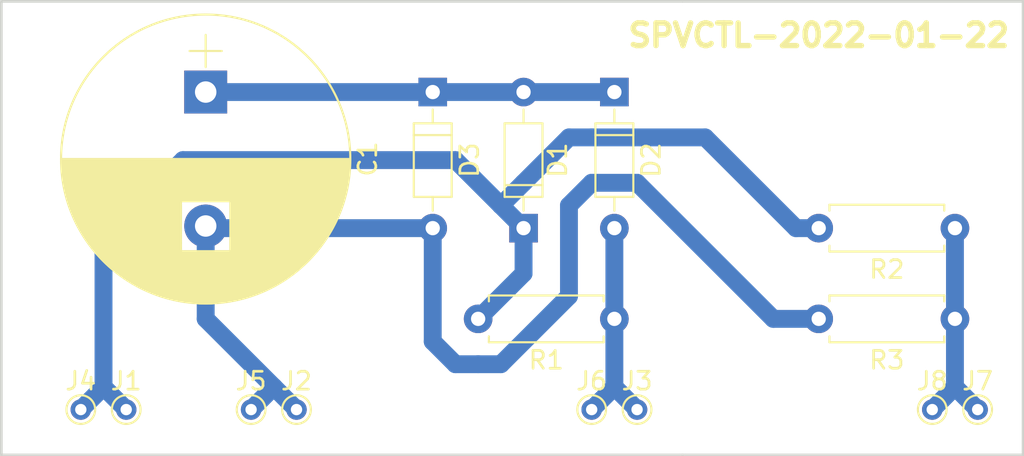
<source format=kicad_pcb>
(kicad_pcb (version 4) (host pcbnew 4.0.6)

  (general
    (links 17)
    (no_connects 0)
    (area -0.075001 -0.075001 57.225001 25.475001)
    (thickness 1.6)
    (drawings 7)
    (tracks 42)
    (zones 0)
    (modules 15)
    (nets 6)
  )

  (page A)
  (layers
    (0 F.Cu signal)
    (31 B.Cu signal)
    (32 B.Adhes user)
    (33 F.Adhes user)
    (34 B.Paste user)
    (35 F.Paste user)
    (36 B.SilkS user)
    (37 F.SilkS user)
    (38 B.Mask user)
    (39 F.Mask user)
    (40 Dwgs.User user)
    (41 Cmts.User user)
    (42 Eco1.User user)
    (43 Eco2.User user)
    (44 Edge.Cuts user)
    (45 Margin user)
    (46 B.CrtYd user)
    (47 F.CrtYd user)
    (48 B.Fab user)
    (49 F.Fab user)
  )

  (setup
    (last_trace_width 0.999998)
    (trace_clearance 0.2)
    (zone_clearance 0.508)
    (zone_45_only no)
    (trace_min 0.2)
    (segment_width 0.2)
    (edge_width 0.15)
    (via_size 0.6)
    (via_drill 0.4)
    (via_min_size 0.4)
    (via_min_drill 0.3)
    (uvia_size 0.3)
    (uvia_drill 0.1)
    (uvias_allowed no)
    (uvia_min_size 0)
    (uvia_min_drill 0)
    (pcb_text_width 0.3)
    (pcb_text_size 1.5 1.5)
    (mod_edge_width 0.15)
    (mod_text_size 1 1)
    (mod_text_width 0.15)
    (pad_size 1.143 1.143)
    (pad_drill 0.635)
    (pad_to_mask_clearance 0.2)
    (aux_axis_origin 0 0)
    (visible_elements FFFFFF7F)
    (pcbplotparams
      (layerselection 0x010f0_80000001)
      (usegerberextensions false)
      (excludeedgelayer true)
      (linewidth 0.100000)
      (plotframeref false)
      (viasonmask false)
      (mode 1)
      (useauxorigin false)
      (hpglpennumber 1)
      (hpglpenspeed 20)
      (hpglpendiameter 15)
      (hpglpenoverlay 2)
      (psnegative false)
      (psa4output false)
      (plotreference true)
      (plotvalue true)
      (plotinvisibletext false)
      (padsonsilk false)
      (subtractmaskfromsilk false)
      (outputformat 1)
      (mirror false)
      (drillshape 0)
      (scaleselection 1)
      (outputdirectory gerber/))
  )

  (net 0 "")
  (net 1 "Net-(C1-Pad1)")
  (net 2 "Net-(C1-Pad2)")
  (net 3 "Net-(D1-Pad1)")
  (net 4 "Net-(D2-Pad2)")
  (net 5 "Net-(J7-Pad1)")

  (net_class Default "This is the default net class."
    (clearance 0.2)
    (trace_width 0.999998)
    (via_dia 0.6)
    (via_drill 0.4)
    (uvia_dia 0.3)
    (uvia_drill 0.1)
    (add_net "Net-(C1-Pad1)")
    (add_net "Net-(C1-Pad2)")
    (add_net "Net-(D1-Pad1)")
    (add_net "Net-(D2-Pad2)")
    (add_net "Net-(J7-Pad1)")
  )

  (module Capacitors_THT:CP_Radial_D16.0mm_P7.50mm (layer F.Cu) (tedit 58765D06) (tstamp 63CE0D70)
    (at 11.43 5.08 270)
    (descr "CP, Radial series, Radial, pin pitch=7.50mm, , diameter=16mm, Electrolytic Capacitor")
    (tags "CP Radial series Radial pin pitch 7.50mm  diameter 16mm Electrolytic Capacitor")
    (path /63CC7B57)
    (fp_text reference C1 (at 3.75 -9.06 270) (layer F.SilkS)
      (effects (font (size 1 1) (thickness 0.15)))
    )
    (fp_text value 10000uF (at 3.75 9.06 270) (layer F.Fab)
      (effects (font (size 1 1) (thickness 0.15)))
    )
    (fp_circle (center 3.75 0) (end 11.75 0) (layer F.Fab) (width 0.1))
    (fp_circle (center 3.75 0) (end 11.84 0) (layer F.SilkS) (width 0.12))
    (fp_line (start -3.2 0) (end -1.4 0) (layer F.Fab) (width 0.1))
    (fp_line (start -2.3 -0.9) (end -2.3 0.9) (layer F.Fab) (width 0.1))
    (fp_line (start 3.75 -8.051) (end 3.75 8.051) (layer F.SilkS) (width 0.12))
    (fp_line (start 3.79 -8.05) (end 3.79 8.05) (layer F.SilkS) (width 0.12))
    (fp_line (start 3.83 -8.05) (end 3.83 8.05) (layer F.SilkS) (width 0.12))
    (fp_line (start 3.87 -8.05) (end 3.87 8.05) (layer F.SilkS) (width 0.12))
    (fp_line (start 3.91 -8.049) (end 3.91 8.049) (layer F.SilkS) (width 0.12))
    (fp_line (start 3.95 -8.048) (end 3.95 8.048) (layer F.SilkS) (width 0.12))
    (fp_line (start 3.99 -8.047) (end 3.99 8.047) (layer F.SilkS) (width 0.12))
    (fp_line (start 4.03 -8.046) (end 4.03 8.046) (layer F.SilkS) (width 0.12))
    (fp_line (start 4.07 -8.044) (end 4.07 8.044) (layer F.SilkS) (width 0.12))
    (fp_line (start 4.11 -8.042) (end 4.11 8.042) (layer F.SilkS) (width 0.12))
    (fp_line (start 4.15 -8.041) (end 4.15 8.041) (layer F.SilkS) (width 0.12))
    (fp_line (start 4.19 -8.039) (end 4.19 8.039) (layer F.SilkS) (width 0.12))
    (fp_line (start 4.23 -8.036) (end 4.23 8.036) (layer F.SilkS) (width 0.12))
    (fp_line (start 4.27 -8.034) (end 4.27 8.034) (layer F.SilkS) (width 0.12))
    (fp_line (start 4.31 -8.031) (end 4.31 8.031) (layer F.SilkS) (width 0.12))
    (fp_line (start 4.35 -8.028) (end 4.35 8.028) (layer F.SilkS) (width 0.12))
    (fp_line (start 4.39 -8.025) (end 4.39 8.025) (layer F.SilkS) (width 0.12))
    (fp_line (start 4.43 -8.022) (end 4.43 8.022) (layer F.SilkS) (width 0.12))
    (fp_line (start 4.471 -8.018) (end 4.471 8.018) (layer F.SilkS) (width 0.12))
    (fp_line (start 4.511 -8.015) (end 4.511 8.015) (layer F.SilkS) (width 0.12))
    (fp_line (start 4.551 -8.011) (end 4.551 8.011) (layer F.SilkS) (width 0.12))
    (fp_line (start 4.591 -8.007) (end 4.591 8.007) (layer F.SilkS) (width 0.12))
    (fp_line (start 4.631 -8.002) (end 4.631 8.002) (layer F.SilkS) (width 0.12))
    (fp_line (start 4.671 -7.998) (end 4.671 7.998) (layer F.SilkS) (width 0.12))
    (fp_line (start 4.711 -7.993) (end 4.711 7.993) (layer F.SilkS) (width 0.12))
    (fp_line (start 4.751 -7.988) (end 4.751 7.988) (layer F.SilkS) (width 0.12))
    (fp_line (start 4.791 -7.983) (end 4.791 7.983) (layer F.SilkS) (width 0.12))
    (fp_line (start 4.831 -7.978) (end 4.831 7.978) (layer F.SilkS) (width 0.12))
    (fp_line (start 4.871 -7.973) (end 4.871 7.973) (layer F.SilkS) (width 0.12))
    (fp_line (start 4.911 -7.967) (end 4.911 7.967) (layer F.SilkS) (width 0.12))
    (fp_line (start 4.951 -7.961) (end 4.951 7.961) (layer F.SilkS) (width 0.12))
    (fp_line (start 4.991 -7.955) (end 4.991 7.955) (layer F.SilkS) (width 0.12))
    (fp_line (start 5.031 -7.949) (end 5.031 7.949) (layer F.SilkS) (width 0.12))
    (fp_line (start 5.071 -7.942) (end 5.071 7.942) (layer F.SilkS) (width 0.12))
    (fp_line (start 5.111 -7.935) (end 5.111 7.935) (layer F.SilkS) (width 0.12))
    (fp_line (start 5.151 -7.928) (end 5.151 7.928) (layer F.SilkS) (width 0.12))
    (fp_line (start 5.191 -7.921) (end 5.191 7.921) (layer F.SilkS) (width 0.12))
    (fp_line (start 5.231 -7.914) (end 5.231 7.914) (layer F.SilkS) (width 0.12))
    (fp_line (start 5.271 -7.906) (end 5.271 7.906) (layer F.SilkS) (width 0.12))
    (fp_line (start 5.311 -7.899) (end 5.311 7.899) (layer F.SilkS) (width 0.12))
    (fp_line (start 5.351 -7.891) (end 5.351 7.891) (layer F.SilkS) (width 0.12))
    (fp_line (start 5.391 -7.883) (end 5.391 7.883) (layer F.SilkS) (width 0.12))
    (fp_line (start 5.431 -7.874) (end 5.431 7.874) (layer F.SilkS) (width 0.12))
    (fp_line (start 5.471 -7.866) (end 5.471 7.866) (layer F.SilkS) (width 0.12))
    (fp_line (start 5.511 -7.857) (end 5.511 7.857) (layer F.SilkS) (width 0.12))
    (fp_line (start 5.551 -7.848) (end 5.551 7.848) (layer F.SilkS) (width 0.12))
    (fp_line (start 5.591 -7.838) (end 5.591 7.838) (layer F.SilkS) (width 0.12))
    (fp_line (start 5.631 -7.829) (end 5.631 7.829) (layer F.SilkS) (width 0.12))
    (fp_line (start 5.671 -7.819) (end 5.671 7.819) (layer F.SilkS) (width 0.12))
    (fp_line (start 5.711 -7.809) (end 5.711 7.809) (layer F.SilkS) (width 0.12))
    (fp_line (start 5.751 -7.799) (end 5.751 7.799) (layer F.SilkS) (width 0.12))
    (fp_line (start 5.791 -7.789) (end 5.791 7.789) (layer F.SilkS) (width 0.12))
    (fp_line (start 5.831 -7.779) (end 5.831 7.779) (layer F.SilkS) (width 0.12))
    (fp_line (start 5.871 -7.768) (end 5.871 7.768) (layer F.SilkS) (width 0.12))
    (fp_line (start 5.911 -7.757) (end 5.911 7.757) (layer F.SilkS) (width 0.12))
    (fp_line (start 5.951 -7.746) (end 5.951 7.746) (layer F.SilkS) (width 0.12))
    (fp_line (start 5.991 -7.734) (end 5.991 7.734) (layer F.SilkS) (width 0.12))
    (fp_line (start 6.031 -7.723) (end 6.031 7.723) (layer F.SilkS) (width 0.12))
    (fp_line (start 6.071 -7.711) (end 6.071 7.711) (layer F.SilkS) (width 0.12))
    (fp_line (start 6.111 -7.699) (end 6.111 7.699) (layer F.SilkS) (width 0.12))
    (fp_line (start 6.151 -7.686) (end 6.151 -1.38) (layer F.SilkS) (width 0.12))
    (fp_line (start 6.151 1.38) (end 6.151 7.686) (layer F.SilkS) (width 0.12))
    (fp_line (start 6.191 -7.674) (end 6.191 -1.38) (layer F.SilkS) (width 0.12))
    (fp_line (start 6.191 1.38) (end 6.191 7.674) (layer F.SilkS) (width 0.12))
    (fp_line (start 6.231 -7.661) (end 6.231 -1.38) (layer F.SilkS) (width 0.12))
    (fp_line (start 6.231 1.38) (end 6.231 7.661) (layer F.SilkS) (width 0.12))
    (fp_line (start 6.271 -7.648) (end 6.271 -1.38) (layer F.SilkS) (width 0.12))
    (fp_line (start 6.271 1.38) (end 6.271 7.648) (layer F.SilkS) (width 0.12))
    (fp_line (start 6.311 -7.635) (end 6.311 -1.38) (layer F.SilkS) (width 0.12))
    (fp_line (start 6.311 1.38) (end 6.311 7.635) (layer F.SilkS) (width 0.12))
    (fp_line (start 6.351 -7.621) (end 6.351 -1.38) (layer F.SilkS) (width 0.12))
    (fp_line (start 6.351 1.38) (end 6.351 7.621) (layer F.SilkS) (width 0.12))
    (fp_line (start 6.391 -7.608) (end 6.391 -1.38) (layer F.SilkS) (width 0.12))
    (fp_line (start 6.391 1.38) (end 6.391 7.608) (layer F.SilkS) (width 0.12))
    (fp_line (start 6.431 -7.594) (end 6.431 -1.38) (layer F.SilkS) (width 0.12))
    (fp_line (start 6.431 1.38) (end 6.431 7.594) (layer F.SilkS) (width 0.12))
    (fp_line (start 6.471 -7.58) (end 6.471 -1.38) (layer F.SilkS) (width 0.12))
    (fp_line (start 6.471 1.38) (end 6.471 7.58) (layer F.SilkS) (width 0.12))
    (fp_line (start 6.511 -7.565) (end 6.511 -1.38) (layer F.SilkS) (width 0.12))
    (fp_line (start 6.511 1.38) (end 6.511 7.565) (layer F.SilkS) (width 0.12))
    (fp_line (start 6.551 -7.55) (end 6.551 -1.38) (layer F.SilkS) (width 0.12))
    (fp_line (start 6.551 1.38) (end 6.551 7.55) (layer F.SilkS) (width 0.12))
    (fp_line (start 6.591 -7.536) (end 6.591 -1.38) (layer F.SilkS) (width 0.12))
    (fp_line (start 6.591 1.38) (end 6.591 7.536) (layer F.SilkS) (width 0.12))
    (fp_line (start 6.631 -7.521) (end 6.631 -1.38) (layer F.SilkS) (width 0.12))
    (fp_line (start 6.631 1.38) (end 6.631 7.521) (layer F.SilkS) (width 0.12))
    (fp_line (start 6.671 -7.505) (end 6.671 -1.38) (layer F.SilkS) (width 0.12))
    (fp_line (start 6.671 1.38) (end 6.671 7.505) (layer F.SilkS) (width 0.12))
    (fp_line (start 6.711 -7.49) (end 6.711 -1.38) (layer F.SilkS) (width 0.12))
    (fp_line (start 6.711 1.38) (end 6.711 7.49) (layer F.SilkS) (width 0.12))
    (fp_line (start 6.751 -7.474) (end 6.751 -1.38) (layer F.SilkS) (width 0.12))
    (fp_line (start 6.751 1.38) (end 6.751 7.474) (layer F.SilkS) (width 0.12))
    (fp_line (start 6.791 -7.458) (end 6.791 -1.38) (layer F.SilkS) (width 0.12))
    (fp_line (start 6.791 1.38) (end 6.791 7.458) (layer F.SilkS) (width 0.12))
    (fp_line (start 6.831 -7.441) (end 6.831 -1.38) (layer F.SilkS) (width 0.12))
    (fp_line (start 6.831 1.38) (end 6.831 7.441) (layer F.SilkS) (width 0.12))
    (fp_line (start 6.871 -7.425) (end 6.871 -1.38) (layer F.SilkS) (width 0.12))
    (fp_line (start 6.871 1.38) (end 6.871 7.425) (layer F.SilkS) (width 0.12))
    (fp_line (start 6.911 -7.408) (end 6.911 -1.38) (layer F.SilkS) (width 0.12))
    (fp_line (start 6.911 1.38) (end 6.911 7.408) (layer F.SilkS) (width 0.12))
    (fp_line (start 6.951 -7.391) (end 6.951 -1.38) (layer F.SilkS) (width 0.12))
    (fp_line (start 6.951 1.38) (end 6.951 7.391) (layer F.SilkS) (width 0.12))
    (fp_line (start 6.991 -7.373) (end 6.991 -1.38) (layer F.SilkS) (width 0.12))
    (fp_line (start 6.991 1.38) (end 6.991 7.373) (layer F.SilkS) (width 0.12))
    (fp_line (start 7.031 -7.356) (end 7.031 -1.38) (layer F.SilkS) (width 0.12))
    (fp_line (start 7.031 1.38) (end 7.031 7.356) (layer F.SilkS) (width 0.12))
    (fp_line (start 7.071 -7.338) (end 7.071 -1.38) (layer F.SilkS) (width 0.12))
    (fp_line (start 7.071 1.38) (end 7.071 7.338) (layer F.SilkS) (width 0.12))
    (fp_line (start 7.111 -7.32) (end 7.111 -1.38) (layer F.SilkS) (width 0.12))
    (fp_line (start 7.111 1.38) (end 7.111 7.32) (layer F.SilkS) (width 0.12))
    (fp_line (start 7.151 -7.301) (end 7.151 -1.38) (layer F.SilkS) (width 0.12))
    (fp_line (start 7.151 1.38) (end 7.151 7.301) (layer F.SilkS) (width 0.12))
    (fp_line (start 7.191 -7.283) (end 7.191 -1.38) (layer F.SilkS) (width 0.12))
    (fp_line (start 7.191 1.38) (end 7.191 7.283) (layer F.SilkS) (width 0.12))
    (fp_line (start 7.231 -7.264) (end 7.231 -1.38) (layer F.SilkS) (width 0.12))
    (fp_line (start 7.231 1.38) (end 7.231 7.264) (layer F.SilkS) (width 0.12))
    (fp_line (start 7.271 -7.245) (end 7.271 -1.38) (layer F.SilkS) (width 0.12))
    (fp_line (start 7.271 1.38) (end 7.271 7.245) (layer F.SilkS) (width 0.12))
    (fp_line (start 7.311 -7.225) (end 7.311 -1.38) (layer F.SilkS) (width 0.12))
    (fp_line (start 7.311 1.38) (end 7.311 7.225) (layer F.SilkS) (width 0.12))
    (fp_line (start 7.351 -7.205) (end 7.351 -1.38) (layer F.SilkS) (width 0.12))
    (fp_line (start 7.351 1.38) (end 7.351 7.205) (layer F.SilkS) (width 0.12))
    (fp_line (start 7.391 -7.185) (end 7.391 -1.38) (layer F.SilkS) (width 0.12))
    (fp_line (start 7.391 1.38) (end 7.391 7.185) (layer F.SilkS) (width 0.12))
    (fp_line (start 7.431 -7.165) (end 7.431 -1.38) (layer F.SilkS) (width 0.12))
    (fp_line (start 7.431 1.38) (end 7.431 7.165) (layer F.SilkS) (width 0.12))
    (fp_line (start 7.471 -7.144) (end 7.471 -1.38) (layer F.SilkS) (width 0.12))
    (fp_line (start 7.471 1.38) (end 7.471 7.144) (layer F.SilkS) (width 0.12))
    (fp_line (start 7.511 -7.124) (end 7.511 -1.38) (layer F.SilkS) (width 0.12))
    (fp_line (start 7.511 1.38) (end 7.511 7.124) (layer F.SilkS) (width 0.12))
    (fp_line (start 7.551 -7.102) (end 7.551 -1.38) (layer F.SilkS) (width 0.12))
    (fp_line (start 7.551 1.38) (end 7.551 7.102) (layer F.SilkS) (width 0.12))
    (fp_line (start 7.591 -7.081) (end 7.591 -1.38) (layer F.SilkS) (width 0.12))
    (fp_line (start 7.591 1.38) (end 7.591 7.081) (layer F.SilkS) (width 0.12))
    (fp_line (start 7.631 -7.059) (end 7.631 -1.38) (layer F.SilkS) (width 0.12))
    (fp_line (start 7.631 1.38) (end 7.631 7.059) (layer F.SilkS) (width 0.12))
    (fp_line (start 7.671 -7.037) (end 7.671 -1.38) (layer F.SilkS) (width 0.12))
    (fp_line (start 7.671 1.38) (end 7.671 7.037) (layer F.SilkS) (width 0.12))
    (fp_line (start 7.711 -7.015) (end 7.711 -1.38) (layer F.SilkS) (width 0.12))
    (fp_line (start 7.711 1.38) (end 7.711 7.015) (layer F.SilkS) (width 0.12))
    (fp_line (start 7.751 -6.992) (end 7.751 -1.38) (layer F.SilkS) (width 0.12))
    (fp_line (start 7.751 1.38) (end 7.751 6.992) (layer F.SilkS) (width 0.12))
    (fp_line (start 7.791 -6.97) (end 7.791 -1.38) (layer F.SilkS) (width 0.12))
    (fp_line (start 7.791 1.38) (end 7.791 6.97) (layer F.SilkS) (width 0.12))
    (fp_line (start 7.831 -6.946) (end 7.831 -1.38) (layer F.SilkS) (width 0.12))
    (fp_line (start 7.831 1.38) (end 7.831 6.946) (layer F.SilkS) (width 0.12))
    (fp_line (start 7.871 -6.923) (end 7.871 -1.38) (layer F.SilkS) (width 0.12))
    (fp_line (start 7.871 1.38) (end 7.871 6.923) (layer F.SilkS) (width 0.12))
    (fp_line (start 7.911 -6.899) (end 7.911 -1.38) (layer F.SilkS) (width 0.12))
    (fp_line (start 7.911 1.38) (end 7.911 6.899) (layer F.SilkS) (width 0.12))
    (fp_line (start 7.951 -6.875) (end 7.951 -1.38) (layer F.SilkS) (width 0.12))
    (fp_line (start 7.951 1.38) (end 7.951 6.875) (layer F.SilkS) (width 0.12))
    (fp_line (start 7.991 -6.85) (end 7.991 -1.38) (layer F.SilkS) (width 0.12))
    (fp_line (start 7.991 1.38) (end 7.991 6.85) (layer F.SilkS) (width 0.12))
    (fp_line (start 8.031 -6.826) (end 8.031 -1.38) (layer F.SilkS) (width 0.12))
    (fp_line (start 8.031 1.38) (end 8.031 6.826) (layer F.SilkS) (width 0.12))
    (fp_line (start 8.071 -6.801) (end 8.071 -1.38) (layer F.SilkS) (width 0.12))
    (fp_line (start 8.071 1.38) (end 8.071 6.801) (layer F.SilkS) (width 0.12))
    (fp_line (start 8.111 -6.775) (end 8.111 -1.38) (layer F.SilkS) (width 0.12))
    (fp_line (start 8.111 1.38) (end 8.111 6.775) (layer F.SilkS) (width 0.12))
    (fp_line (start 8.151 -6.749) (end 8.151 -1.38) (layer F.SilkS) (width 0.12))
    (fp_line (start 8.151 1.38) (end 8.151 6.749) (layer F.SilkS) (width 0.12))
    (fp_line (start 8.191 -6.723) (end 8.191 -1.38) (layer F.SilkS) (width 0.12))
    (fp_line (start 8.191 1.38) (end 8.191 6.723) (layer F.SilkS) (width 0.12))
    (fp_line (start 8.231 -6.697) (end 8.231 -1.38) (layer F.SilkS) (width 0.12))
    (fp_line (start 8.231 1.38) (end 8.231 6.697) (layer F.SilkS) (width 0.12))
    (fp_line (start 8.271 -6.67) (end 8.271 -1.38) (layer F.SilkS) (width 0.12))
    (fp_line (start 8.271 1.38) (end 8.271 6.67) (layer F.SilkS) (width 0.12))
    (fp_line (start 8.311 -6.643) (end 8.311 -1.38) (layer F.SilkS) (width 0.12))
    (fp_line (start 8.311 1.38) (end 8.311 6.643) (layer F.SilkS) (width 0.12))
    (fp_line (start 8.351 -6.615) (end 8.351 -1.38) (layer F.SilkS) (width 0.12))
    (fp_line (start 8.351 1.38) (end 8.351 6.615) (layer F.SilkS) (width 0.12))
    (fp_line (start 8.391 -6.588) (end 8.391 -1.38) (layer F.SilkS) (width 0.12))
    (fp_line (start 8.391 1.38) (end 8.391 6.588) (layer F.SilkS) (width 0.12))
    (fp_line (start 8.431 -6.559) (end 8.431 -1.38) (layer F.SilkS) (width 0.12))
    (fp_line (start 8.431 1.38) (end 8.431 6.559) (layer F.SilkS) (width 0.12))
    (fp_line (start 8.471 -6.531) (end 8.471 -1.38) (layer F.SilkS) (width 0.12))
    (fp_line (start 8.471 1.38) (end 8.471 6.531) (layer F.SilkS) (width 0.12))
    (fp_line (start 8.511 -6.502) (end 8.511 -1.38) (layer F.SilkS) (width 0.12))
    (fp_line (start 8.511 1.38) (end 8.511 6.502) (layer F.SilkS) (width 0.12))
    (fp_line (start 8.551 -6.473) (end 8.551 -1.38) (layer F.SilkS) (width 0.12))
    (fp_line (start 8.551 1.38) (end 8.551 6.473) (layer F.SilkS) (width 0.12))
    (fp_line (start 8.591 -6.443) (end 8.591 -1.38) (layer F.SilkS) (width 0.12))
    (fp_line (start 8.591 1.38) (end 8.591 6.443) (layer F.SilkS) (width 0.12))
    (fp_line (start 8.631 -6.413) (end 8.631 -1.38) (layer F.SilkS) (width 0.12))
    (fp_line (start 8.631 1.38) (end 8.631 6.413) (layer F.SilkS) (width 0.12))
    (fp_line (start 8.671 -6.382) (end 8.671 -1.38) (layer F.SilkS) (width 0.12))
    (fp_line (start 8.671 1.38) (end 8.671 6.382) (layer F.SilkS) (width 0.12))
    (fp_line (start 8.711 -6.352) (end 8.711 -1.38) (layer F.SilkS) (width 0.12))
    (fp_line (start 8.711 1.38) (end 8.711 6.352) (layer F.SilkS) (width 0.12))
    (fp_line (start 8.751 -6.32) (end 8.751 -1.38) (layer F.SilkS) (width 0.12))
    (fp_line (start 8.751 1.38) (end 8.751 6.32) (layer F.SilkS) (width 0.12))
    (fp_line (start 8.791 -6.289) (end 8.791 -1.38) (layer F.SilkS) (width 0.12))
    (fp_line (start 8.791 1.38) (end 8.791 6.289) (layer F.SilkS) (width 0.12))
    (fp_line (start 8.831 -6.257) (end 8.831 -1.38) (layer F.SilkS) (width 0.12))
    (fp_line (start 8.831 1.38) (end 8.831 6.257) (layer F.SilkS) (width 0.12))
    (fp_line (start 8.871 -6.224) (end 8.871 -1.38) (layer F.SilkS) (width 0.12))
    (fp_line (start 8.871 1.38) (end 8.871 6.224) (layer F.SilkS) (width 0.12))
    (fp_line (start 8.911 -6.191) (end 8.911 6.191) (layer F.SilkS) (width 0.12))
    (fp_line (start 8.951 -6.158) (end 8.951 6.158) (layer F.SilkS) (width 0.12))
    (fp_line (start 8.991 -6.124) (end 8.991 6.124) (layer F.SilkS) (width 0.12))
    (fp_line (start 9.031 -6.09) (end 9.031 6.09) (layer F.SilkS) (width 0.12))
    (fp_line (start 9.071 -6.055) (end 9.071 6.055) (layer F.SilkS) (width 0.12))
    (fp_line (start 9.111 -6.02) (end 9.111 6.02) (layer F.SilkS) (width 0.12))
    (fp_line (start 9.151 -5.984) (end 9.151 5.984) (layer F.SilkS) (width 0.12))
    (fp_line (start 9.191 -5.948) (end 9.191 5.948) (layer F.SilkS) (width 0.12))
    (fp_line (start 9.231 -5.912) (end 9.231 5.912) (layer F.SilkS) (width 0.12))
    (fp_line (start 9.271 -5.875) (end 9.271 5.875) (layer F.SilkS) (width 0.12))
    (fp_line (start 9.311 -5.837) (end 9.311 5.837) (layer F.SilkS) (width 0.12))
    (fp_line (start 9.351 -5.799) (end 9.351 5.799) (layer F.SilkS) (width 0.12))
    (fp_line (start 9.391 -5.76) (end 9.391 5.76) (layer F.SilkS) (width 0.12))
    (fp_line (start 9.431 -5.721) (end 9.431 5.721) (layer F.SilkS) (width 0.12))
    (fp_line (start 9.471 -5.681) (end 9.471 5.681) (layer F.SilkS) (width 0.12))
    (fp_line (start 9.511 -5.641) (end 9.511 5.641) (layer F.SilkS) (width 0.12))
    (fp_line (start 9.551 -5.6) (end 9.551 5.6) (layer F.SilkS) (width 0.12))
    (fp_line (start 9.591 -5.559) (end 9.591 5.559) (layer F.SilkS) (width 0.12))
    (fp_line (start 9.631 -5.517) (end 9.631 5.517) (layer F.SilkS) (width 0.12))
    (fp_line (start 9.671 -5.474) (end 9.671 5.474) (layer F.SilkS) (width 0.12))
    (fp_line (start 9.711 -5.431) (end 9.711 5.431) (layer F.SilkS) (width 0.12))
    (fp_line (start 9.751 -5.387) (end 9.751 5.387) (layer F.SilkS) (width 0.12))
    (fp_line (start 9.791 -5.343) (end 9.791 5.343) (layer F.SilkS) (width 0.12))
    (fp_line (start 9.831 -5.297) (end 9.831 5.297) (layer F.SilkS) (width 0.12))
    (fp_line (start 9.871 -5.251) (end 9.871 5.251) (layer F.SilkS) (width 0.12))
    (fp_line (start 9.911 -5.205) (end 9.911 5.205) (layer F.SilkS) (width 0.12))
    (fp_line (start 9.951 -5.157) (end 9.951 5.157) (layer F.SilkS) (width 0.12))
    (fp_line (start 9.991 -5.109) (end 9.991 5.109) (layer F.SilkS) (width 0.12))
    (fp_line (start 10.031 -5.06) (end 10.031 5.06) (layer F.SilkS) (width 0.12))
    (fp_line (start 10.071 -5.011) (end 10.071 5.011) (layer F.SilkS) (width 0.12))
    (fp_line (start 10.111 -4.96) (end 10.111 4.96) (layer F.SilkS) (width 0.12))
    (fp_line (start 10.151 -4.909) (end 10.151 4.909) (layer F.SilkS) (width 0.12))
    (fp_line (start 10.191 -4.857) (end 10.191 4.857) (layer F.SilkS) (width 0.12))
    (fp_line (start 10.231 -4.804) (end 10.231 4.804) (layer F.SilkS) (width 0.12))
    (fp_line (start 10.271 -4.75) (end 10.271 4.75) (layer F.SilkS) (width 0.12))
    (fp_line (start 10.311 -4.695) (end 10.311 4.695) (layer F.SilkS) (width 0.12))
    (fp_line (start 10.351 -4.639) (end 10.351 4.639) (layer F.SilkS) (width 0.12))
    (fp_line (start 10.391 -4.582) (end 10.391 4.582) (layer F.SilkS) (width 0.12))
    (fp_line (start 10.431 -4.524) (end 10.431 4.524) (layer F.SilkS) (width 0.12))
    (fp_line (start 10.471 -4.465) (end 10.471 4.465) (layer F.SilkS) (width 0.12))
    (fp_line (start 10.511 -4.405) (end 10.511 4.405) (layer F.SilkS) (width 0.12))
    (fp_line (start 10.551 -4.343) (end 10.551 4.343) (layer F.SilkS) (width 0.12))
    (fp_line (start 10.591 -4.281) (end 10.591 4.281) (layer F.SilkS) (width 0.12))
    (fp_line (start 10.631 -4.217) (end 10.631 4.217) (layer F.SilkS) (width 0.12))
    (fp_line (start 10.671 -4.151) (end 10.671 4.151) (layer F.SilkS) (width 0.12))
    (fp_line (start 10.711 -4.084) (end 10.711 4.084) (layer F.SilkS) (width 0.12))
    (fp_line (start 10.751 -4.016) (end 10.751 4.016) (layer F.SilkS) (width 0.12))
    (fp_line (start 10.791 -3.946) (end 10.791 3.946) (layer F.SilkS) (width 0.12))
    (fp_line (start 10.831 -3.875) (end 10.831 3.875) (layer F.SilkS) (width 0.12))
    (fp_line (start 10.871 -3.802) (end 10.871 3.802) (layer F.SilkS) (width 0.12))
    (fp_line (start 10.911 -3.726) (end 10.911 3.726) (layer F.SilkS) (width 0.12))
    (fp_line (start 10.951 -3.649) (end 10.951 3.649) (layer F.SilkS) (width 0.12))
    (fp_line (start 10.991 -3.57) (end 10.991 3.57) (layer F.SilkS) (width 0.12))
    (fp_line (start 11.031 -3.489) (end 11.031 3.489) (layer F.SilkS) (width 0.12))
    (fp_line (start 11.071 -3.405) (end 11.071 3.405) (layer F.SilkS) (width 0.12))
    (fp_line (start 11.111 -3.319) (end 11.111 3.319) (layer F.SilkS) (width 0.12))
    (fp_line (start 11.151 -3.23) (end 11.151 3.23) (layer F.SilkS) (width 0.12))
    (fp_line (start 11.191 -3.138) (end 11.191 3.138) (layer F.SilkS) (width 0.12))
    (fp_line (start 11.231 -3.042) (end 11.231 3.042) (layer F.SilkS) (width 0.12))
    (fp_line (start 11.271 -2.943) (end 11.271 2.943) (layer F.SilkS) (width 0.12))
    (fp_line (start 11.311 -2.841) (end 11.311 2.841) (layer F.SilkS) (width 0.12))
    (fp_line (start 11.351 -2.733) (end 11.351 2.733) (layer F.SilkS) (width 0.12))
    (fp_line (start 11.391 -2.621) (end 11.391 2.621) (layer F.SilkS) (width 0.12))
    (fp_line (start 11.431 -2.503) (end 11.431 2.503) (layer F.SilkS) (width 0.12))
    (fp_line (start 11.471 -2.379) (end 11.471 2.379) (layer F.SilkS) (width 0.12))
    (fp_line (start 11.511 -2.248) (end 11.511 2.248) (layer F.SilkS) (width 0.12))
    (fp_line (start 11.551 -2.107) (end 11.551 2.107) (layer F.SilkS) (width 0.12))
    (fp_line (start 11.591 -1.956) (end 11.591 1.956) (layer F.SilkS) (width 0.12))
    (fp_line (start 11.631 -1.792) (end 11.631 1.792) (layer F.SilkS) (width 0.12))
    (fp_line (start 11.671 -1.61) (end 11.671 1.61) (layer F.SilkS) (width 0.12))
    (fp_line (start 11.711 -1.405) (end 11.711 1.405) (layer F.SilkS) (width 0.12))
    (fp_line (start 11.751 -1.164) (end 11.751 1.164) (layer F.SilkS) (width 0.12))
    (fp_line (start 11.791 -0.859) (end 11.791 0.859) (layer F.SilkS) (width 0.12))
    (fp_line (start 11.831 -0.363) (end 11.831 0.363) (layer F.SilkS) (width 0.12))
    (fp_line (start -3.2 0) (end -1.4 0) (layer F.SilkS) (width 0.12))
    (fp_line (start -2.3 -0.9) (end -2.3 0.9) (layer F.SilkS) (width 0.12))
    (fp_line (start -4.6 -8.35) (end -4.6 8.35) (layer F.CrtYd) (width 0.05))
    (fp_line (start -4.6 8.35) (end 12.1 8.35) (layer F.CrtYd) (width 0.05))
    (fp_line (start 12.1 8.35) (end 12.1 -8.35) (layer F.CrtYd) (width 0.05))
    (fp_line (start 12.1 -8.35) (end -4.6 -8.35) (layer F.CrtYd) (width 0.05))
    (pad 1 thru_hole rect (at 0 0 270) (size 2.4 2.4) (drill 1.2) (layers *.Cu *.Mask)
      (net 1 "Net-(C1-Pad1)"))
    (pad 2 thru_hole circle (at 7.5 0 270) (size 2.4 2.4) (drill 1.2) (layers *.Cu *.Mask)
      (net 2 "Net-(C1-Pad2)"))
    (model Capacitors_THT.3dshapes/CP_Radial_D16.0mm_P7.50mm.wrl
      (at (xyz 0 0 0))
      (scale (xyz 0.393701 0.393701 0.393701))
      (rotate (xyz 0 0 0))
    )
  )

  (module Diodes_THT:D_DO-35_SOD27_P7.62mm_Horizontal (layer F.Cu) (tedit 63CD4411) (tstamp 63CE0D88)
    (at 29.21 12.7 90)
    (descr "D, DO-35_SOD27 series, Axial, Horizontal, pin pitch=7.62mm, , length*diameter=4*2mm^2, , http://www.diodes.com/_files/packages/DO-35.pdf")
    (tags "D DO-35_SOD27 series Axial Horizontal pin pitch 7.62mm  length 4mm diameter 2mm")
    (path /63CC79EF)
    (fp_text reference D1 (at 3.81 1.905 90) (layer F.SilkS)
      (effects (font (size 1 1) (thickness 0.15)))
    )
    (fp_text value SD101A (at 3.81 -1.905 90) (layer F.Fab)
      (effects (font (size 1 1) (thickness 0.15)))
    )
    (fp_line (start 1.81 -1) (end 1.81 1) (layer F.Fab) (width 0.1))
    (fp_line (start 1.81 1) (end 5.81 1) (layer F.Fab) (width 0.1))
    (fp_line (start 5.81 1) (end 5.81 -1) (layer F.Fab) (width 0.1))
    (fp_line (start 5.81 -1) (end 1.81 -1) (layer F.Fab) (width 0.1))
    (fp_line (start 0 0) (end 1.81 0) (layer F.Fab) (width 0.1))
    (fp_line (start 7.62 0) (end 5.81 0) (layer F.Fab) (width 0.1))
    (fp_line (start 2.41 -1) (end 2.41 1) (layer F.Fab) (width 0.1))
    (fp_line (start 1.75 -1.06) (end 1.75 1.06) (layer F.SilkS) (width 0.12))
    (fp_line (start 1.75 1.06) (end 5.87 1.06) (layer F.SilkS) (width 0.12))
    (fp_line (start 5.87 1.06) (end 5.87 -1.06) (layer F.SilkS) (width 0.12))
    (fp_line (start 5.87 -1.06) (end 1.75 -1.06) (layer F.SilkS) (width 0.12))
    (fp_line (start 0.98 0) (end 1.75 0) (layer F.SilkS) (width 0.12))
    (fp_line (start 6.64 0) (end 5.87 0) (layer F.SilkS) (width 0.12))
    (fp_line (start 2.41 -1.06) (end 2.41 1.06) (layer F.SilkS) (width 0.12))
    (fp_line (start -1.05 -1.35) (end -1.05 1.35) (layer F.CrtYd) (width 0.05))
    (fp_line (start -1.05 1.35) (end 8.7 1.35) (layer F.CrtYd) (width 0.05))
    (fp_line (start 8.7 1.35) (end 8.7 -1.35) (layer F.CrtYd) (width 0.05))
    (fp_line (start 8.7 -1.35) (end -1.05 -1.35) (layer F.CrtYd) (width 0.05))
    (pad 1 thru_hole rect (at 0 0 90) (size 1.6 1.6) (drill 0.8) (layers *.Cu *.Mask)
      (net 3 "Net-(D1-Pad1)"))
    (pad 2 thru_hole oval (at 7.62 0 90) (size 1.6 1.6) (drill 0.8) (layers *.Cu *.Mask)
      (net 1 "Net-(C1-Pad1)"))
    (model Diodes_THT.3dshapes/D_DO-35_SOD27_P7.62mm_Horizontal.wrl
      (at (xyz 0 0 0))
      (scale (xyz 0.393701 0.393701 0.393701))
      (rotate (xyz 0 0 0))
    )
  )

  (module Diodes_THT:D_DO-35_SOD27_P7.62mm_Horizontal (layer F.Cu) (tedit 5877C982) (tstamp 63CE0DA0)
    (at 34.29 5.08 270)
    (descr "D, DO-35_SOD27 series, Axial, Horizontal, pin pitch=7.62mm, , length*diameter=4*2mm^2, , http://www.diodes.com/_files/packages/DO-35.pdf")
    (tags "D DO-35_SOD27 series Axial Horizontal pin pitch 7.62mm  length 4mm diameter 2mm")
    (path /63CC7A5A)
    (fp_text reference D2 (at 3.81 -2.06 270) (layer F.SilkS)
      (effects (font (size 1 1) (thickness 0.15)))
    )
    (fp_text value 1N4148 (at 3.81 2.06 270) (layer F.Fab)
      (effects (font (size 1 1) (thickness 0.15)))
    )
    (fp_line (start 1.81 -1) (end 1.81 1) (layer F.Fab) (width 0.1))
    (fp_line (start 1.81 1) (end 5.81 1) (layer F.Fab) (width 0.1))
    (fp_line (start 5.81 1) (end 5.81 -1) (layer F.Fab) (width 0.1))
    (fp_line (start 5.81 -1) (end 1.81 -1) (layer F.Fab) (width 0.1))
    (fp_line (start 0 0) (end 1.81 0) (layer F.Fab) (width 0.1))
    (fp_line (start 7.62 0) (end 5.81 0) (layer F.Fab) (width 0.1))
    (fp_line (start 2.41 -1) (end 2.41 1) (layer F.Fab) (width 0.1))
    (fp_line (start 1.75 -1.06) (end 1.75 1.06) (layer F.SilkS) (width 0.12))
    (fp_line (start 1.75 1.06) (end 5.87 1.06) (layer F.SilkS) (width 0.12))
    (fp_line (start 5.87 1.06) (end 5.87 -1.06) (layer F.SilkS) (width 0.12))
    (fp_line (start 5.87 -1.06) (end 1.75 -1.06) (layer F.SilkS) (width 0.12))
    (fp_line (start 0.98 0) (end 1.75 0) (layer F.SilkS) (width 0.12))
    (fp_line (start 6.64 0) (end 5.87 0) (layer F.SilkS) (width 0.12))
    (fp_line (start 2.41 -1.06) (end 2.41 1.06) (layer F.SilkS) (width 0.12))
    (fp_line (start -1.05 -1.35) (end -1.05 1.35) (layer F.CrtYd) (width 0.05))
    (fp_line (start -1.05 1.35) (end 8.7 1.35) (layer F.CrtYd) (width 0.05))
    (fp_line (start 8.7 1.35) (end 8.7 -1.35) (layer F.CrtYd) (width 0.05))
    (fp_line (start 8.7 -1.35) (end -1.05 -1.35) (layer F.CrtYd) (width 0.05))
    (pad 1 thru_hole rect (at 0 0 270) (size 1.6 1.6) (drill 0.8) (layers *.Cu *.Mask)
      (net 1 "Net-(C1-Pad1)"))
    (pad 2 thru_hole oval (at 7.62 0 270) (size 1.6 1.6) (drill 0.8) (layers *.Cu *.Mask)
      (net 4 "Net-(D2-Pad2)"))
    (model Diodes_THT.3dshapes/D_DO-35_SOD27_P7.62mm_Horizontal.wrl
      (at (xyz 0 0 0))
      (scale (xyz 0.393701 0.393701 0.393701))
      (rotate (xyz 0 0 0))
    )
  )

  (module Diodes_THT:D_DO-35_SOD27_P7.62mm_Horizontal (layer F.Cu) (tedit 5877C982) (tstamp 63CE0DB8)
    (at 24.13 5.08 270)
    (descr "D, DO-35_SOD27 series, Axial, Horizontal, pin pitch=7.62mm, , length*diameter=4*2mm^2, , http://www.diodes.com/_files/packages/DO-35.pdf")
    (tags "D DO-35_SOD27 series Axial Horizontal pin pitch 7.62mm  length 4mm diameter 2mm")
    (path /63CC7AEE)
    (fp_text reference D3 (at 3.81 -2.06 270) (layer F.SilkS)
      (effects (font (size 1 1) (thickness 0.15)))
    )
    (fp_text value NZX4V3B (at 3.81 2.06 270) (layer F.Fab)
      (effects (font (size 1 1) (thickness 0.15)))
    )
    (fp_line (start 1.81 -1) (end 1.81 1) (layer F.Fab) (width 0.1))
    (fp_line (start 1.81 1) (end 5.81 1) (layer F.Fab) (width 0.1))
    (fp_line (start 5.81 1) (end 5.81 -1) (layer F.Fab) (width 0.1))
    (fp_line (start 5.81 -1) (end 1.81 -1) (layer F.Fab) (width 0.1))
    (fp_line (start 0 0) (end 1.81 0) (layer F.Fab) (width 0.1))
    (fp_line (start 7.62 0) (end 5.81 0) (layer F.Fab) (width 0.1))
    (fp_line (start 2.41 -1) (end 2.41 1) (layer F.Fab) (width 0.1))
    (fp_line (start 1.75 -1.06) (end 1.75 1.06) (layer F.SilkS) (width 0.12))
    (fp_line (start 1.75 1.06) (end 5.87 1.06) (layer F.SilkS) (width 0.12))
    (fp_line (start 5.87 1.06) (end 5.87 -1.06) (layer F.SilkS) (width 0.12))
    (fp_line (start 5.87 -1.06) (end 1.75 -1.06) (layer F.SilkS) (width 0.12))
    (fp_line (start 0.98 0) (end 1.75 0) (layer F.SilkS) (width 0.12))
    (fp_line (start 6.64 0) (end 5.87 0) (layer F.SilkS) (width 0.12))
    (fp_line (start 2.41 -1.06) (end 2.41 1.06) (layer F.SilkS) (width 0.12))
    (fp_line (start -1.05 -1.35) (end -1.05 1.35) (layer F.CrtYd) (width 0.05))
    (fp_line (start -1.05 1.35) (end 8.7 1.35) (layer F.CrtYd) (width 0.05))
    (fp_line (start 8.7 1.35) (end 8.7 -1.35) (layer F.CrtYd) (width 0.05))
    (fp_line (start 8.7 -1.35) (end -1.05 -1.35) (layer F.CrtYd) (width 0.05))
    (pad 1 thru_hole rect (at 0 0 270) (size 1.6 1.6) (drill 0.8) (layers *.Cu *.Mask)
      (net 1 "Net-(C1-Pad1)"))
    (pad 2 thru_hole oval (at 7.62 0 270) (size 1.6 1.6) (drill 0.8) (layers *.Cu *.Mask)
      (net 2 "Net-(C1-Pad2)"))
    (model Diodes_THT.3dshapes/D_DO-35_SOD27_P7.62mm_Horizontal.wrl
      (at (xyz 0 0 0))
      (scale (xyz 0.393701 0.393701 0.393701))
      (rotate (xyz 0 0 0))
    )
  )

  (module Connectors:PINTST (layer F.Cu) (tedit 58613369) (tstamp 63CE0DC0)
    (at 6.985 22.86)
    (descr "module 1 pin (ou trou mecanique de percage)")
    (tags DEV)
    (path /63CC77A5)
    (fp_text reference J1 (at 0 -1.6) (layer F.SilkS)
      (effects (font (size 1 1) (thickness 0.15)))
    )
    (fp_text value V+ (at 0 1.6) (layer F.Fab)
      (effects (font (size 1 1) (thickness 0.15)))
    )
    (fp_circle (center 0 0) (end 1.1 0) (layer F.CrtYd) (width 0.05))
    (fp_circle (center 0 0) (end 0.4 0.6) (layer F.Fab) (width 0.1))
    (fp_circle (center 0 0) (end -0.254 -0.762) (layer F.SilkS) (width 0.12))
    (pad 1 thru_hole circle (at 0 0) (size 1.143 1.143) (drill 0.635) (layers *.Cu *.Mask)
      (net 3 "Net-(D1-Pad1)"))
    (model Connectors.3dshapes/PINTST.wrl
      (at (xyz 0 0 0))
      (scale (xyz 1 1 1))
      (rotate (xyz 0 0 0))
    )
  )

  (module Connectors:PINTST (layer F.Cu) (tedit 63CD3274) (tstamp 63CE0DC8)
    (at 16.51 22.86)
    (descr "module 1 pin (ou trou mecanique de percage)")
    (tags DEV)
    (path /63CC77E2)
    (fp_text reference J2 (at 0 -1.6) (layer F.SilkS)
      (effects (font (size 1 1) (thickness 0.15)))
    )
    (fp_text value V- (at 0 1.6) (layer F.Fab)
      (effects (font (size 1 1) (thickness 0.15)))
    )
    (fp_circle (center 0 0) (end 1.1 0) (layer F.CrtYd) (width 0.05))
    (fp_circle (center 0 0) (end 0.4 0.6) (layer F.Fab) (width 0.1))
    (fp_circle (center 0 0) (end -0.254 -0.762) (layer F.SilkS) (width 0.12))
    (pad 1 thru_hole circle (at 0 0) (size 1.143 1.143) (drill 0.635) (layers *.Cu *.Mask)
      (net 2 "Net-(C1-Pad2)"))
    (model Connectors.3dshapes/PINTST.wrl
      (at (xyz 0 0 0))
      (scale (xyz 1 1 1))
      (rotate (xyz 0 0 0))
    )
  )

  (module Connectors:PINTST (layer F.Cu) (tedit 58613369) (tstamp 63CE0DD0)
    (at 35.56 22.86)
    (descr "module 1 pin (ou trou mecanique de percage)")
    (tags DEV)
    (path /63CC7879)
    (fp_text reference J3 (at 0 -1.6) (layer F.SilkS)
      (effects (font (size 1 1) (thickness 0.15)))
    )
    (fp_text value PV (at 0 1.6) (layer F.Fab)
      (effects (font (size 1 1) (thickness 0.15)))
    )
    (fp_circle (center 0 0) (end 1.1 0) (layer F.CrtYd) (width 0.05))
    (fp_circle (center 0 0) (end 0.4 0.6) (layer F.Fab) (width 0.1))
    (fp_circle (center 0 0) (end -0.254 -0.762) (layer F.SilkS) (width 0.12))
    (pad 1 thru_hole circle (at 0 0) (size 1.143 1.143) (drill 0.635) (layers *.Cu *.Mask)
      (net 4 "Net-(D2-Pad2)"))
    (model Connectors.3dshapes/PINTST.wrl
      (at (xyz 0 0 0))
      (scale (xyz 1 1 1))
      (rotate (xyz 0 0 0))
    )
  )

  (module Resistors_THT:R_Axial_DIN0207_L6.3mm_D2.5mm_P7.62mm_Horizontal (layer F.Cu) (tedit 5874F706) (tstamp 63CE0DE6)
    (at 34.29 17.78 180)
    (descr "Resistor, Axial_DIN0207 series, Axial, Horizontal, pin pitch=7.62mm, 0.25W = 1/4W, length*diameter=6.3*2.5mm^2, http://cdn-reichelt.de/documents/datenblatt/B400/1_4W%23YAG.pdf")
    (tags "Resistor Axial_DIN0207 series Axial Horizontal pin pitch 7.62mm 0.25W = 1/4W length 6.3mm diameter 2.5mm")
    (path /63CC796E)
    (fp_text reference R1 (at 3.81 -2.31 180) (layer F.SilkS)
      (effects (font (size 1 1) (thickness 0.15)))
    )
    (fp_text value 10K (at 3.81 2.31 180) (layer F.Fab)
      (effects (font (size 1 1) (thickness 0.15)))
    )
    (fp_line (start 0.66 -1.25) (end 0.66 1.25) (layer F.Fab) (width 0.1))
    (fp_line (start 0.66 1.25) (end 6.96 1.25) (layer F.Fab) (width 0.1))
    (fp_line (start 6.96 1.25) (end 6.96 -1.25) (layer F.Fab) (width 0.1))
    (fp_line (start 6.96 -1.25) (end 0.66 -1.25) (layer F.Fab) (width 0.1))
    (fp_line (start 0 0) (end 0.66 0) (layer F.Fab) (width 0.1))
    (fp_line (start 7.62 0) (end 6.96 0) (layer F.Fab) (width 0.1))
    (fp_line (start 0.6 -0.98) (end 0.6 -1.31) (layer F.SilkS) (width 0.12))
    (fp_line (start 0.6 -1.31) (end 7.02 -1.31) (layer F.SilkS) (width 0.12))
    (fp_line (start 7.02 -1.31) (end 7.02 -0.98) (layer F.SilkS) (width 0.12))
    (fp_line (start 0.6 0.98) (end 0.6 1.31) (layer F.SilkS) (width 0.12))
    (fp_line (start 0.6 1.31) (end 7.02 1.31) (layer F.SilkS) (width 0.12))
    (fp_line (start 7.02 1.31) (end 7.02 0.98) (layer F.SilkS) (width 0.12))
    (fp_line (start -1.05 -1.6) (end -1.05 1.6) (layer F.CrtYd) (width 0.05))
    (fp_line (start -1.05 1.6) (end 8.7 1.6) (layer F.CrtYd) (width 0.05))
    (fp_line (start 8.7 1.6) (end 8.7 -1.6) (layer F.CrtYd) (width 0.05))
    (fp_line (start 8.7 -1.6) (end -1.05 -1.6) (layer F.CrtYd) (width 0.05))
    (pad 1 thru_hole circle (at 0 0 180) (size 1.6 1.6) (drill 0.8) (layers *.Cu *.Mask)
      (net 4 "Net-(D2-Pad2)"))
    (pad 2 thru_hole oval (at 7.62 0 180) (size 1.6 1.6) (drill 0.8) (layers *.Cu *.Mask)
      (net 3 "Net-(D1-Pad1)"))
    (model Resistors_THT.3dshapes/R_Axial_DIN0207_L6.3mm_D2.5mm_P7.62mm_Horizontal.wrl
      (at (xyz 0 0 0))
      (scale (xyz 0.393701 0.393701 0.393701))
      (rotate (xyz 0 0 0))
    )
  )

  (module Connectors:PINTST (layer F.Cu) (tedit 58613369) (tstamp 63CE7F40)
    (at 4.445 22.86)
    (descr "module 1 pin (ou trou mecanique de percage)")
    (tags DEV)
    (path /63CD53FA)
    (fp_text reference J4 (at 0 -1.6) (layer F.SilkS)
      (effects (font (size 1 1) (thickness 0.15)))
    )
    (fp_text value V+ (at 0 1.6) (layer F.Fab)
      (effects (font (size 1 1) (thickness 0.15)))
    )
    (fp_circle (center 0 0) (end 1.1 0) (layer F.CrtYd) (width 0.05))
    (fp_circle (center 0 0) (end 0.4 0.6) (layer F.Fab) (width 0.1))
    (fp_circle (center 0 0) (end -0.254 -0.762) (layer F.SilkS) (width 0.12))
    (pad 1 thru_hole circle (at 0 0) (size 1.143 1.143) (drill 0.635) (layers *.Cu *.Mask)
      (net 3 "Net-(D1-Pad1)"))
    (model Connectors.3dshapes/PINTST.wrl
      (at (xyz 0 0 0))
      (scale (xyz 1 1 1))
      (rotate (xyz 0 0 0))
    )
  )

  (module Connectors:PINTST (layer F.Cu) (tedit 58613369) (tstamp 63CE7F48)
    (at 13.97 22.86)
    (descr "module 1 pin (ou trou mecanique de percage)")
    (tags DEV)
    (path /63CD544A)
    (fp_text reference J5 (at 0 -1.6) (layer F.SilkS)
      (effects (font (size 1 1) (thickness 0.15)))
    )
    (fp_text value V- (at 0 1.6) (layer F.Fab)
      (effects (font (size 1 1) (thickness 0.15)))
    )
    (fp_circle (center 0 0) (end 1.1 0) (layer F.CrtYd) (width 0.05))
    (fp_circle (center 0 0) (end 0.4 0.6) (layer F.Fab) (width 0.1))
    (fp_circle (center 0 0) (end -0.254 -0.762) (layer F.SilkS) (width 0.12))
    (pad 1 thru_hole circle (at 0 0) (size 1.143 1.143) (drill 0.635) (layers *.Cu *.Mask)
      (net 2 "Net-(C1-Pad2)"))
    (model Connectors.3dshapes/PINTST.wrl
      (at (xyz 0 0 0))
      (scale (xyz 1 1 1))
      (rotate (xyz 0 0 0))
    )
  )

  (module Connectors:PINTST (layer F.Cu) (tedit 58613369) (tstamp 63CE7F50)
    (at 33.02 22.86)
    (descr "module 1 pin (ou trou mecanique de percage)")
    (tags DEV)
    (path /63CD5492)
    (fp_text reference J6 (at 0 -1.6) (layer F.SilkS)
      (effects (font (size 1 1) (thickness 0.15)))
    )
    (fp_text value PV (at 0 1.6) (layer F.Fab)
      (effects (font (size 1 1) (thickness 0.15)))
    )
    (fp_circle (center 0 0) (end 1.1 0) (layer F.CrtYd) (width 0.05))
    (fp_circle (center 0 0) (end 0.4 0.6) (layer F.Fab) (width 0.1))
    (fp_circle (center 0 0) (end -0.254 -0.762) (layer F.SilkS) (width 0.12))
    (pad 1 thru_hole circle (at 0 0) (size 1.143 1.143) (drill 0.635) (layers *.Cu *.Mask)
      (net 4 "Net-(D2-Pad2)"))
    (model Connectors.3dshapes/PINTST.wrl
      (at (xyz 0 0 0))
      (scale (xyz 1 1 1))
      (rotate (xyz 0 0 0))
    )
  )

  (module Connectors:PINTST (layer F.Cu) (tedit 58613369) (tstamp 63CE80B7)
    (at 54.61 22.86)
    (descr "module 1 pin (ou trou mecanique de percage)")
    (tags DEV)
    (path /63CDB3A3)
    (fp_text reference J7 (at 0 -1.6) (layer F.SilkS)
      (effects (font (size 1 1) (thickness 0.15)))
    )
    (fp_text value GND (at 0 1.6) (layer F.Fab)
      (effects (font (size 1 1) (thickness 0.15)))
    )
    (fp_circle (center 0 0) (end 1.1 0) (layer F.CrtYd) (width 0.05))
    (fp_circle (center 0 0) (end 0.4 0.6) (layer F.Fab) (width 0.1))
    (fp_circle (center 0 0) (end -0.254 -0.762) (layer F.SilkS) (width 0.12))
    (pad 1 thru_hole circle (at 0 0) (size 1.143 1.143) (drill 0.635) (layers *.Cu *.Mask)
      (net 5 "Net-(J7-Pad1)"))
    (model Connectors.3dshapes/PINTST.wrl
      (at (xyz 0 0 0))
      (scale (xyz 1 1 1))
      (rotate (xyz 0 0 0))
    )
  )

  (module Connectors:PINTST (layer F.Cu) (tedit 58613369) (tstamp 63CE80BF)
    (at 52.07 22.86)
    (descr "module 1 pin (ou trou mecanique de percage)")
    (tags DEV)
    (path /63CDB41F)
    (fp_text reference J8 (at 0 -1.6) (layer F.SilkS)
      (effects (font (size 1 1) (thickness 0.15)))
    )
    (fp_text value GND (at 0 1.6) (layer F.Fab)
      (effects (font (size 1 1) (thickness 0.15)))
    )
    (fp_circle (center 0 0) (end 1.1 0) (layer F.CrtYd) (width 0.05))
    (fp_circle (center 0 0) (end 0.4 0.6) (layer F.Fab) (width 0.1))
    (fp_circle (center 0 0) (end -0.254 -0.762) (layer F.SilkS) (width 0.12))
    (pad 1 thru_hole circle (at 0 0) (size 1.143 1.143) (drill 0.635) (layers *.Cu *.Mask)
      (net 5 "Net-(J7-Pad1)"))
    (model Connectors.3dshapes/PINTST.wrl
      (at (xyz 0 0 0))
      (scale (xyz 1 1 1))
      (rotate (xyz 0 0 0))
    )
  )

  (module Resistors_THT:R_Axial_DIN0207_L6.3mm_D2.5mm_P7.62mm_Horizontal (layer F.Cu) (tedit 5874F706) (tstamp 63CE80D5)
    (at 53.34 12.7 180)
    (descr "Resistor, Axial_DIN0207 series, Axial, Horizontal, pin pitch=7.62mm, 0.25W = 1/4W, length*diameter=6.3*2.5mm^2, http://cdn-reichelt.de/documents/datenblatt/B400/1_4W%23YAG.pdf")
    (tags "Resistor Axial_DIN0207 series Axial Horizontal pin pitch 7.62mm 0.25W = 1/4W length 6.3mm diameter 2.5mm")
    (path /63CDB075)
    (fp_text reference R2 (at 3.81 -2.31 180) (layer F.SilkS)
      (effects (font (size 1 1) (thickness 0.15)))
    )
    (fp_text value 10K (at 3.81 2.31 180) (layer F.Fab)
      (effects (font (size 1 1) (thickness 0.15)))
    )
    (fp_line (start 0.66 -1.25) (end 0.66 1.25) (layer F.Fab) (width 0.1))
    (fp_line (start 0.66 1.25) (end 6.96 1.25) (layer F.Fab) (width 0.1))
    (fp_line (start 6.96 1.25) (end 6.96 -1.25) (layer F.Fab) (width 0.1))
    (fp_line (start 6.96 -1.25) (end 0.66 -1.25) (layer F.Fab) (width 0.1))
    (fp_line (start 0 0) (end 0.66 0) (layer F.Fab) (width 0.1))
    (fp_line (start 7.62 0) (end 6.96 0) (layer F.Fab) (width 0.1))
    (fp_line (start 0.6 -0.98) (end 0.6 -1.31) (layer F.SilkS) (width 0.12))
    (fp_line (start 0.6 -1.31) (end 7.02 -1.31) (layer F.SilkS) (width 0.12))
    (fp_line (start 7.02 -1.31) (end 7.02 -0.98) (layer F.SilkS) (width 0.12))
    (fp_line (start 0.6 0.98) (end 0.6 1.31) (layer F.SilkS) (width 0.12))
    (fp_line (start 0.6 1.31) (end 7.02 1.31) (layer F.SilkS) (width 0.12))
    (fp_line (start 7.02 1.31) (end 7.02 0.98) (layer F.SilkS) (width 0.12))
    (fp_line (start -1.05 -1.6) (end -1.05 1.6) (layer F.CrtYd) (width 0.05))
    (fp_line (start -1.05 1.6) (end 8.7 1.6) (layer F.CrtYd) (width 0.05))
    (fp_line (start 8.7 1.6) (end 8.7 -1.6) (layer F.CrtYd) (width 0.05))
    (fp_line (start 8.7 -1.6) (end -1.05 -1.6) (layer F.CrtYd) (width 0.05))
    (pad 1 thru_hole circle (at 0 0 180) (size 1.6 1.6) (drill 0.8) (layers *.Cu *.Mask)
      (net 5 "Net-(J7-Pad1)"))
    (pad 2 thru_hole oval (at 7.62 0 180) (size 1.6 1.6) (drill 0.8) (layers *.Cu *.Mask)
      (net 3 "Net-(D1-Pad1)"))
    (model Resistors_THT.3dshapes/R_Axial_DIN0207_L6.3mm_D2.5mm_P7.62mm_Horizontal.wrl
      (at (xyz 0 0 0))
      (scale (xyz 0.393701 0.393701 0.393701))
      (rotate (xyz 0 0 0))
    )
  )

  (module Resistors_THT:R_Axial_DIN0207_L6.3mm_D2.5mm_P7.62mm_Horizontal (layer F.Cu) (tedit 5874F706) (tstamp 63CE80EB)
    (at 53.34 17.78 180)
    (descr "Resistor, Axial_DIN0207 series, Axial, Horizontal, pin pitch=7.62mm, 0.25W = 1/4W, length*diameter=6.3*2.5mm^2, http://cdn-reichelt.de/documents/datenblatt/B400/1_4W%23YAG.pdf")
    (tags "Resistor Axial_DIN0207 series Axial Horizontal pin pitch 7.62mm 0.25W = 1/4W length 6.3mm diameter 2.5mm")
    (path /63CDB10F)
    (fp_text reference R3 (at 3.81 -2.31 180) (layer F.SilkS)
      (effects (font (size 1 1) (thickness 0.15)))
    )
    (fp_text value 10K (at 3.81 2.31 180) (layer F.Fab)
      (effects (font (size 1 1) (thickness 0.15)))
    )
    (fp_line (start 0.66 -1.25) (end 0.66 1.25) (layer F.Fab) (width 0.1))
    (fp_line (start 0.66 1.25) (end 6.96 1.25) (layer F.Fab) (width 0.1))
    (fp_line (start 6.96 1.25) (end 6.96 -1.25) (layer F.Fab) (width 0.1))
    (fp_line (start 6.96 -1.25) (end 0.66 -1.25) (layer F.Fab) (width 0.1))
    (fp_line (start 0 0) (end 0.66 0) (layer F.Fab) (width 0.1))
    (fp_line (start 7.62 0) (end 6.96 0) (layer F.Fab) (width 0.1))
    (fp_line (start 0.6 -0.98) (end 0.6 -1.31) (layer F.SilkS) (width 0.12))
    (fp_line (start 0.6 -1.31) (end 7.02 -1.31) (layer F.SilkS) (width 0.12))
    (fp_line (start 7.02 -1.31) (end 7.02 -0.98) (layer F.SilkS) (width 0.12))
    (fp_line (start 0.6 0.98) (end 0.6 1.31) (layer F.SilkS) (width 0.12))
    (fp_line (start 0.6 1.31) (end 7.02 1.31) (layer F.SilkS) (width 0.12))
    (fp_line (start 7.02 1.31) (end 7.02 0.98) (layer F.SilkS) (width 0.12))
    (fp_line (start -1.05 -1.6) (end -1.05 1.6) (layer F.CrtYd) (width 0.05))
    (fp_line (start -1.05 1.6) (end 8.7 1.6) (layer F.CrtYd) (width 0.05))
    (fp_line (start 8.7 1.6) (end 8.7 -1.6) (layer F.CrtYd) (width 0.05))
    (fp_line (start 8.7 -1.6) (end -1.05 -1.6) (layer F.CrtYd) (width 0.05))
    (pad 1 thru_hole circle (at 0 0 180) (size 1.6 1.6) (drill 0.8) (layers *.Cu *.Mask)
      (net 5 "Net-(J7-Pad1)"))
    (pad 2 thru_hole oval (at 7.62 0 180) (size 1.6 1.6) (drill 0.8) (layers *.Cu *.Mask)
      (net 2 "Net-(C1-Pad2)"))
    (model Resistors_THT.3dshapes/R_Axial_DIN0207_L6.3mm_D2.5mm_P7.62mm_Horizontal.wrl
      (at (xyz 0 0 0))
      (scale (xyz 0.393701 0.393701 0.393701))
      (rotate (xyz 0 0 0))
    )
  )

  (gr_line (start 57.15 0) (end 38.1 0) (angle 90) (layer Edge.Cuts) (width 0.15))
  (gr_line (start 57.15 25.4) (end 57.15 0) (angle 90) (layer Edge.Cuts) (width 0.15))
  (gr_line (start 38.1 25.4) (end 57.15 25.4) (angle 90) (layer Edge.Cuts) (width 0.15))
  (gr_text SPVCTL-2022-01-22 (at 45.72 1.905) (layer F.SilkS)
    (effects (font (size 1.27 1.27) (thickness 0.3)))
  )
  (gr_line (start 0 25.4) (end 0 0) (angle 90) (layer Edge.Cuts) (width 0.15))
  (gr_line (start 38.1 25.4) (end 0 25.4) (angle 90) (layer Edge.Cuts) (width 0.15))
  (gr_line (start 0 0) (end 38.1 0) (angle 90) (layer Edge.Cuts) (width 0.15))

  (segment (start 11.43 5.08) (end 24.13 5.08) (width 0.999998) (layer B.Cu) (net 1))
  (segment (start 24.13 5.08) (end 29.21 5.08) (width 0.999998) (layer B.Cu) (net 1) (tstamp 63CE1348))
  (segment (start 29.21 5.08) (end 34.29 5.08) (width 0.999998) (layer B.Cu) (net 1) (tstamp 63CE1349))
  (segment (start 24.13 12.7) (end 24.13 19.05) (width 0.999998) (layer B.Cu) (net 2))
  (segment (start 43.18 17.78) (end 45.72 17.78) (width 0.999998) (layer B.Cu) (net 2) (tstamp 63CE81FE))
  (segment (start 35.56 10.16) (end 43.18 17.78) (width 0.999998) (layer B.Cu) (net 2) (tstamp 63CE81FD))
  (segment (start 33.02 10.16) (end 35.56 10.16) (width 0.999998) (layer B.Cu) (net 2) (tstamp 63CE81FC))
  (segment (start 31.75 11.43) (end 33.02 10.16) (width 0.999998) (layer B.Cu) (net 2) (tstamp 63CE81FB))
  (segment (start 31.75 16.51) (end 31.75 11.43) (width 0.999998) (layer B.Cu) (net 2) (tstamp 63CE81FA))
  (segment (start 27.94 20.32) (end 31.75 16.51) (width 0.999998) (layer B.Cu) (net 2) (tstamp 63CE81F9))
  (segment (start 26.67 20.32) (end 27.94 20.32) (width 0.999998) (layer B.Cu) (net 2) (tstamp 63CE81F8))
  (segment (start 25.4 20.32) (end 26.67 20.32) (width 0.999998) (layer B.Cu) (net 2) (tstamp 63CE81F7))
  (segment (start 24.13 19.05) (end 25.4 20.32) (width 0.999998) (layer B.Cu) (net 2) (tstamp 63CE81F6))
  (segment (start 15.24 21.59) (end 11.43 17.78) (width 0.999998) (layer B.Cu) (net 2))
  (segment (start 11.43 17.78) (end 11.43 12.58) (width 0.999998) (layer B.Cu) (net 2) (tstamp 63CE7FAE))
  (segment (start 16.51 22.86) (end 15.24 21.59) (width 0.999998) (layer B.Cu) (net 2))
  (segment (start 15.24 21.59) (end 13.97 22.86) (width 0.999998) (layer B.Cu) (net 2) (tstamp 63CE7FAB))
  (segment (start 24.13 12.7) (end 11.55 12.7) (width 0.999998) (layer B.Cu) (net 2))
  (segment (start 11.55 12.7) (end 11.43 12.58) (width 0.999998) (layer B.Cu) (net 2) (tstamp 63CE1359))
  (segment (start 27.94 11.43) (end 29.21 10.16) (width 0.999998) (layer B.Cu) (net 3))
  (segment (start 44.45 12.7) (end 39.37 7.62) (width 0.999998) (layer B.Cu) (net 3) (tstamp 63CE8201))
  (segment (start 39.37 7.62) (end 33.02 7.62) (width 0.999998) (layer B.Cu) (net 3) (tstamp 63CE8202))
  (segment (start 33.02 7.62) (end 31.75 7.62) (width 0.999998) (layer B.Cu) (net 3) (tstamp 63CE8204))
  (segment (start 31.75 7.62) (end 29.21 10.16) (width 0.999998) (layer B.Cu) (net 3) (tstamp 63CE8205))
  (segment (start 44.45 12.7) (end 45.72 12.7) (width 0.999998) (layer B.Cu) (net 3))
  (segment (start 5.715 21.59) (end 5.715 13.335) (width 0.999998) (layer B.Cu) (net 3))
  (segment (start 5.715 13.335) (end 10.16 8.89) (width 0.999998) (layer B.Cu) (net 3) (tstamp 63CE1352))
  (segment (start 10.16 8.89) (end 25.4 8.89) (width 0.999998) (layer B.Cu) (net 3) (tstamp 63CE1354))
  (segment (start 25.4 8.89) (end 27.94 11.43) (width 0.999998) (layer B.Cu) (net 3) (tstamp 63CE1356))
  (segment (start 27.94 11.43) (end 29.21 12.7) (width 0.999998) (layer B.Cu) (net 3) (tstamp 63CE820A))
  (segment (start 4.445 22.86) (end 5.715 21.59) (width 0.999998) (layer B.Cu) (net 3))
  (segment (start 5.715 21.59) (end 6.985 22.86) (width 0.999998) (layer B.Cu) (net 3) (tstamp 63CE7FA3))
  (segment (start 26.67 17.78) (end 29.21 15.24) (width 0.999998) (layer B.Cu) (net 3))
  (segment (start 29.21 15.24) (end 29.21 12.7) (width 0.999998) (layer B.Cu) (net 3) (tstamp 63CE134F))
  (segment (start 35.56 22.86) (end 34.29 21.59) (width 0.999998) (layer B.Cu) (net 4))
  (segment (start 34.29 17.78) (end 34.29 21.59) (width 0.999998) (layer B.Cu) (net 4))
  (segment (start 34.29 21.59) (end 33.02 22.86) (width 0.999998) (layer B.Cu) (net 4) (tstamp 63CE7F7D))
  (segment (start 34.29 12.7) (end 34.29 17.78) (width 0.999998) (layer B.Cu) (net 4))
  (segment (start 53.34 21.59) (end 54.61 22.86) (width 0.999998) (layer B.Cu) (net 5))
  (segment (start 53.34 12.7) (end 53.34 17.78) (width 0.999998) (layer B.Cu) (net 5))
  (segment (start 53.34 17.78) (end 53.34 21.59) (width 0.999998) (layer B.Cu) (net 5) (tstamp 63CE820E))
  (segment (start 53.34 21.59) (end 52.07 22.86) (width 0.999998) (layer B.Cu) (net 5) (tstamp 63CE820F))

)

</source>
